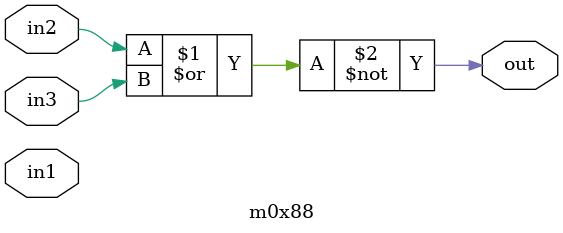
<source format=v>
module m0x88 (input in2, in1, in3, output out);


	nor (out, in2, in3);

endmodule

</source>
